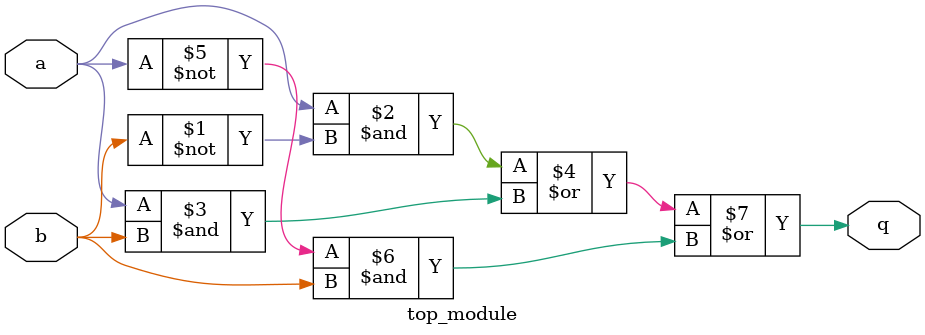
<source format=sv>
module top_module (
    input a, 
    input b, 
    output q
);

assign q = (a & ~b) | (a & b) | (~a & b);

endmodule

</source>
